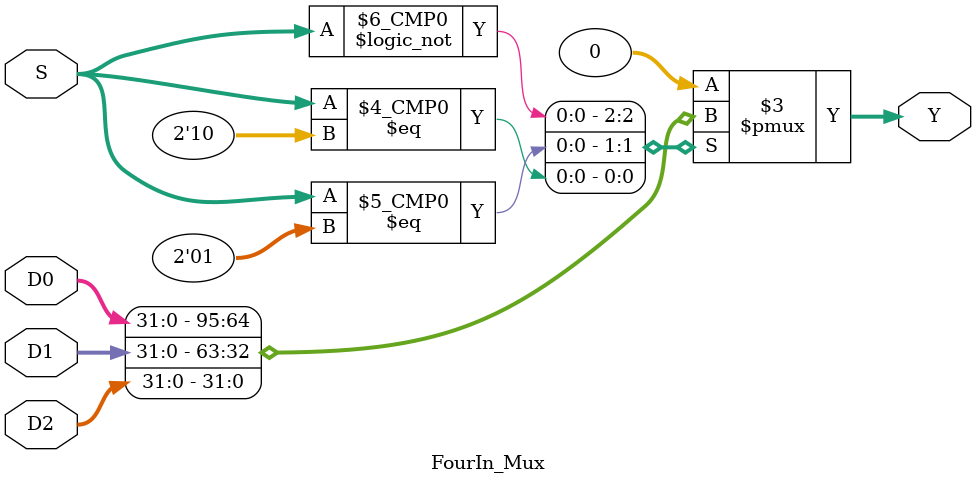
<source format=v>
module FourIn_Mux #(parameter width =32)
(
input  wire [width-1:0] D0, D1,D2,
input  wire [1:0]       S,
output reg  [width-1:0] Y
);
always @(*)
begin
  case(S)
    2'b00:Y=D0;
    2'b01:Y=D1;
    2'b10:Y=D2;
    default:Y=0;
  endcase
end

endmodule

</source>
